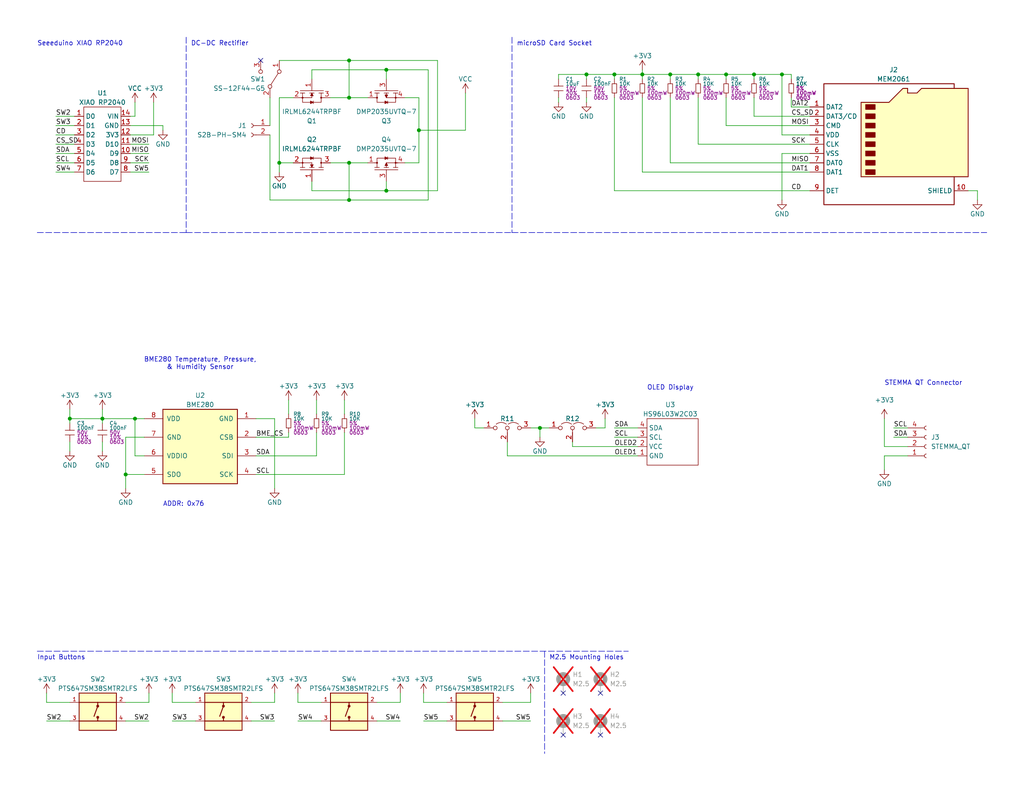
<source format=kicad_sch>
(kicad_sch (version 20230121) (generator eeschema)
  (paper "USLetter")
  (title_block (title "Destination Weather Station v4.5.2") (date "2024-02-23") (rev "03") (comment 1 "Madison Gleydura") (comment 2 "FINAL VERSION") (comment 3 "2024"))
  (lib_symbols
    (symbol "GND_1" (power) (pin_names (offset 0))
      (property "Value" "GND" (at 0 -3.81 0))
      (symbol "GND_1_1_1"
        (pin power_in line (at 0 0 270) (length 0) hide (name "GND") (number "1"))
      )
    )
    (symbol "lib_sch:BME280" (pin_names (offset 1.016))
      (property "Reference" "U" (at 0 -22.86 0))
      (property "Value" "BME280" (at 0 0 0))
      (symbol "BME280_1_1"
        (pin power_in line (at 15.24 -3.81 180) (length 5.08) (name "GND") (number "1"))
        (pin input line (at 15.24 -8.89 180) (length 5.08) (name "CSB") (number "2"))
        (pin bidirectional line (at 15.24 -13.97 180) (length 5.08) (name "SDI") (number "3"))
        (pin input line (at 15.24 -19.05 180) (length 5.08) (name "SCK") (number "4"))
        (pin bidirectional line (at -15.24 -19.05 0) (length 5.08) (name "SDO") (number "5"))
        (pin power_in line (at -15.24 -13.97 0) (length 5.08) (name "VDDIO") (number "6"))
        (pin power_in line (at -15.24 -8.89 0) (length 5.08) (name "GND") (number "7"))
        (pin power_in line (at -15.24 -3.81 0) (length 5.08) (name "VDD") (number "8"))
      )
    )
    (symbol "lib_sch:Conn_01x02_Female" (pin_names (offset 1.016) hide)
      (property "Reference" "J" (at 0 2.54 0))
      (property "Value" "Conn_01x02_Female" (at 0 -5.08 0))
      (symbol "Conn_01x02_Female_1_1"
        (pin passive line (at -5.08 0 0) (length 3.81) (name "Pin_1") (number "1"))
        (pin passive line (at -5.08 -2.54 0) (length 3.81) (name "Pin_2") (number "2"))
      )
    )
    (symbol "lib_sch:Conn_01x04_Female" (pin_names (offset 1.016) hide)
      (property "Reference" "J" (at 0 5.08 0))
      (property "Value" "Conn_01x04_Female" (at 0 -7.62 0))
      (symbol "Conn_01x04_Female_1_1"
        (pin passive line (at -5.08 2.54 0) (length 3.81) (name "Pin_1") (number "1"))
        (pin passive line (at -5.08 0 0) (length 3.81) (name "Pin_2") (number "2"))
        (pin passive line (at -5.08 -2.54 0) (length 3.81) (name "Pin_3") (number "3"))
        (pin passive line (at -5.08 -5.08 0) (length 3.81) (name "Pin_4") (number "4"))
      )
    )
    (symbol "lib_sch:Micro_SD_Card_Det1"
      (property "Reference" "J" (at -16.51 17.78 0))
      (property "Value" "Micro_SD_Card_Det1" (at 16.51 17.78 0))
      (symbol "Micro_SD_Card_Det1_1_1"
        (pin bidirectional line (at -22.86 10.16 0) (length 3.81) (name "DAT2") (number "1"))
        (pin passive line (at 20.32 -12.7 180) (length 3.81) (name "SHIELD") (number "10"))
        (pin bidirectional line (at -22.86 7.62 0) (length 3.81) (name "DAT3/CD") (number "2"))
        (pin input line (at -22.86 5.08 0) (length 3.81) (name "CMD") (number "3"))
        (pin power_in line (at -22.86 2.54 0) (length 3.81) (name "VDD") (number "4"))
        (pin input line (at -22.86 0 0) (length 3.81) (name "CLK") (number "5"))
        (pin power_in line (at -22.86 -2.54 0) (length 3.81) (name "VSS") (number "6"))
        (pin bidirectional line (at -22.86 -5.08 0) (length 3.81) (name "DAT0") (number "7"))
        (pin bidirectional line (at -22.86 -7.62 0) (length 3.81) (name "DAT1") (number "8"))
        (pin passive line (at -22.86 -12.7 0) (length 3.81) (name "DET") (number "9"))
      )
    )
    (symbol "lib_sch:MountingHole_Pad" (pin_numbers hide) (pin_names (offset 1.016) hide)
      (property "Reference" "H" (at 0 6.35 0))
      (property "Value" "MountingHole_Pad" (at 0 4.445 0))
      (symbol "MountingHole_Pad_1_1"
        (pin input line (at 0 -2.54 90) (length 2.54) (name "1") (number "1"))
      )
    )
    (symbol "lib_sch:NMOS_GSD" (pin_names hide)
      (property "Reference" "Q" (at 0 1.778 0))
      (symbol "NMOS_GSD_1_0"
        (pin passive line (at 0 -5.08 90) (length 3.175) (name "") (number "1"))
        (pin passive line (at 5.08 0 180) (length 1.905) (name "") (number "2"))
        (pin passive line (at -5.08 0 0) (length 1.905) (name "") (number "3"))
      )
    )
    (symbol "lib_sch:OLED_module"
      (property "Reference" "U2" (at -0.635 21.59 0))
      (property "Value" "OLED_module" (at -0.635 19.05 0))
      (symbol "OLED_module_1_1"
        (pin passive line (at -8.89 -13.97 0) (length 2.54) (name "GND") (number "1"))
        (pin power_in line (at -8.89 -11.43 0) (length 2.54) (name "VCC") (number "2"))
        (pin input line (at -8.89 -8.89 0) (length 2.54) (name "SCL") (number "3"))
        (pin bidirectional line (at -8.89 -6.35 0) (length 2.54) (name "SDA") (number "4"))
      )
    )
    (symbol "lib_sch:PMOS"
      (property "Reference" "Q2" (at 0 6.35 0))
      (property "Value" "DMP2035UVTQ-7" (at 0 3.81 0))
      (symbol "PMOS_1_0"
        (pin passive line (at -5.08 0 0) (length 1.905) (name "") (number "1"))
        (pin passive line (at -5.08 0 0) (length 1.905) hide (name "") (number "2"))
        (pin passive line (at 0 -5.08 90) (length 3.175) (name "") (number "3"))
        (pin passive line (at 5.08 0 180) (length 2.54) (name "") (number "4"))
        (pin passive line (at -5.08 0 0) (length 2.54) hide (name "") (number "5"))
        (pin passive line (at -5.08 0 0) (length 2.54) hide (name "") (number "6"))
      )
    )
    (symbol "lib_sch:PMOS_DGS"
      (property "Reference" "Q4" (at 0 6.35 0))
      (property "Value" "DMP2035UVTQ-7" (at 0 3.81 0))
      (symbol "PMOS_DGS_1_0"
        (pin passive line (at -5.08 0 0) (length 1.905) (name "") (number "1"))
        (pin passive line (at -5.08 0 0) (length 3.175) hide (name "") (number "2"))
        (pin passive line (at 0 -5.08 90) (length 3.175) (name "") (number "3"))
        (pin passive line (at 5.08 0 180) (length 2.54) (name "") (number "4"))
        (pin passive line (at -5.08 0 0) (length 2.54) hide (name "") (number "5"))
        (pin passive line (at -5.08 0 0) (length 2.54) hide (name "") (number "6"))
      )
    )
    (symbol "lib_sch:PTS645SK50SMTR92LFS" (pin_names (offset 1.016))
      (property "Reference" "S" (at -4.5772 5.5944 0))
      (property "Value" "PTS645SK50SMTR92LFS" (at -5.0879 -7.3774 0))
      (symbol "PTS645SK50SMTR92LFS_0_0"
        (pin passive line (at -7.62 2.54 0) (length 2.54) (name "~") (number "1"))
        (pin passive line (at 7.62 2.54 180) (length 2.54) (name "~") (number "2"))
        (pin passive line (at -7.62 -2.54 0) (length 2.54) (name "~") (number "3"))
        (pin passive line (at 7.62 -2.54 180) (length 2.54) (name "~") (number "4"))
      )
    )
    (symbol "lib_sch:Resistor_Jumper_3_Open" (pin_names (offset 0) hide)
      (property "Reference" "R" (at 0 5.08 0))
      (property "Value" "Resistor_Jumper_3_Open" (at 0 2.54 0))
      (symbol "Resistor_Jumper_3_Open_1_1"
        (pin passive line (at -6.35 0 0) (length 2.54) (name "A") (number "1"))
        (pin input line (at 0 -3.81 90) (length 2.54) (name "C") (number "2"))
        (pin passive line (at 6.35 0 180) (length 2.54) (name "B") (number "3"))
      )
    )
    (symbol "lib_sch:SW_SPDT" (pin_names (offset 0) hide)
      (property "Reference" "SW" (at 0 4.318 0))
      (property "Value" "SW_SPDT" (at 0 -5.08 0))
      (symbol "SW_SPDT_1_1"
        (pin passive line (at 5.08 2.54 180) (length 2.54) (name "A") (number "1"))
        (pin passive line (at -5.08 0 0) (length 2.54) (name "B") (number "2"))
        (pin passive line (at 5.08 -2.54 180) (length 2.54) (name "C") (number "3"))
      )
    )
    (symbol "lib_sch:c_small"
      (property "Reference" "C?" (at 1.905 2.54 0))
      (property "Value" "c_small" (at 1.905 1.27 0))
      (property "Tolerance" "TOL" (at 1.905 -1.27 0))
      (property "Voltage Rating" "VOLTAGE" (at 1.905 0 0))
      (property "Package" "PKG" (at 1.905 -2.54 0))
      (symbol "c_small_1_1"
        (pin passive line (at 0 2.54 270) (length 1.905) (name "") (number "1"))
        (pin passive line (at 0 -2.54 90) (length 1.905) (name "") (number "2"))
      )
    )
    (symbol "lib_sch:r_small"
      (property "Reference" "R?" (at 1.27 2.54 0))
      (property "Value" "VALUE" (at 1.27 1.27 0))
      (property "Tolerance" "TOL" (at 1.27 0 0))
      (property "Power Rating" "PWR" (at 1.27 -1.27 0))
      (property "Package" "PKG" (at 1.27 -2.54 0))
      (symbol "r_small_1_1"
        (pin passive line (at 0 2.54 270) (length 1.27) (name "") (number "1"))
        (pin passive line (at 0 -2.54 90) (length 1.27) (name "") (number "2"))
      )
    )
    (symbol "lib_sch:xiaoRP2040"
      (property "Reference" "U" (at 0 10.16 0))
      (symbol "xiaoRP2040_1_1"
        (pin bidirectional line (at -7.62 6.35 0) (length 2.54) (name "D0") (number "1"))
        (pin bidirectional line (at 7.62 -3.81 180) (length 2.54) (name "D9") (number "10"))
        (pin bidirectional line (at 7.62 -1.27 180) (length 2.54) (name "D10") (number "11"))
        (pin power_out line (at 7.62 1.27 180) (length 2.54) (name "3V3") (number "12"))
        (pin passive line (at 7.62 3.81 180) (length 2.54) (name "GND") (number "13"))
        (pin power_in line (at 7.62 6.35 180) (length 2.54) (name "VIN") (number "14"))
        (pin bidirectional line (at -7.62 3.81 0) (length 2.54) (name "D1") (number "2"))
        (pin bidirectional line (at -7.62 1.27 0) (length 2.54) (name "D2") (number "3"))
        (pin bidirectional line (at -7.62 -1.27 0) (length 2.54) (name "D3") (number "4"))
        (pin bidirectional line (at -7.62 -3.81 0) (length 2.54) (name "D4") (number "5"))
        (pin bidirectional line (at -7.62 -6.35 0) (length 2.54) (name "D5") (number "6"))
        (pin bidirectional line (at -7.62 -8.89 0) (length 2.54) (name "D6") (number "7"))
        (pin bidirectional line (at 7.62 -8.89 180) (length 2.54) (name "D7") (number "8"))
        (pin bidirectional line (at 7.62 -6.35 180) (length 2.54) (name "D8") (number "9"))
      )
    )
    (symbol "power:+3V3" (power) (pin_names (offset 0))
      (property "Value" "+3V3" (at 0 3.556 0))
      (symbol "+3V3_1_1"
        (pin power_in line (at 0 0 90) (length 0) hide (name "+3V3") (number "1"))
      )
    )
    (symbol "power:VCC" (power) (pin_names (offset 0))
      (property "Value" "VCC" (at 0 3.81 0))
      (symbol "VCC_1_1"
        (pin power_in line (at 0 0 90) (length 0) hide (name "VCC") (number "1"))
      )
    )
  )
  (junction (at 76.2 44.45))
  (junction (at 160.02 20.32))
  (junction (at 105.41 19.05))
  (junction (at 198.12 20.32))
  (junction (at 95.25 54.61))
  (junction (at 147.32 116.84))
  (junction (at 213.36 20.32))
  (junction (at 95.25 16.51))
  (junction (at 19.05 114.3))
  (junction (at 27.94 114.3))
  (junction (at 114.3 35.56))
  (junction (at 34.29 129.54))
  (junction (at 190.5 20.32))
  (junction (at 95.25 26.67))
  (junction (at 95.25 44.45))
  (junction (at 182.88 20.32))
  (junction (at 36.83 114.3))
  (junction (at 167.64 20.32))
  (junction (at 105.41 52.07))
  (junction (at 205.74 20.32))
  (junction (at 175.26 20.32))
  (no_connect (at 71.12 16.51))
  (no_connect (at 153.67 189.23))
  (no_connect (at 153.67 200.66))
  (no_connect (at 163.83 189.23))
  (no_connect (at 163.83 200.66))
  (wire (pts (xy 35.56 39.37) (xy 40.64 39.37)))
  (wire (pts (xy 15.24 44.45) (xy 20.32 44.45)))
  (wire (pts (xy 36.83 114.3) (xy 39.37 114.3)))
  (wire (pts (xy 93.98 109.22) (xy 93.98 113.03)))
  (wire (pts (xy 205.74 20.32) (xy 213.36 20.32)))
  (wire (pts (xy 12.7 191.77) (xy 19.05 191.77)))
  (wire (pts (xy 95.25 16.51) (xy 95.25 26.67)))
  (wire (pts (xy 241.3 128.27) (xy 241.3 124.46)))
  (wire (pts (xy 109.22 189.23) (xy 109.22 191.77)))
  (wire (pts (xy 36.83 114.3) (xy 36.83 124.46)))
  (wire (pts (xy 35.56 41.91) (xy 40.64 41.91)))
  (wire (pts (xy 39.37 119.38) (xy 34.29 119.38)))
  (wire (pts (xy 105.41 19.05) (xy 116.84 19.05)))
  (wire (pts (xy 35.56 44.45) (xy 40.64 44.45)))
  (polyline (pts (xy 10.16 177.8) (xy 171.45 177.8)) (stroke (width 0) (type dash)))
  (wire (pts (xy 15.24 31.75) (xy 20.32 31.75)))
  (wire (pts (xy 119.38 52.07) (xy 105.41 52.07)))
  (polyline (pts (xy 139.7 10.16) (xy 139.7 63.5)) (stroke (width 0) (type dash)))
  (wire (pts (xy 213.36 54.61) (xy 213.36 41.91)))
  (wire (pts (xy 175.26 46.99) (xy 220.98 46.99)))
  (wire (pts (xy 110.49 26.67) (xy 114.3 26.67)))
  (wire (pts (xy 86.36 109.22) (xy 86.36 113.03)))
  (wire (pts (xy 198.12 20.32) (xy 198.12 21.59)))
  (wire (pts (xy 137.16 196.85) (xy 144.78 196.85)))
  (wire (pts (xy 167.64 52.07) (xy 220.98 52.07)))
  (wire (pts (xy 35.56 46.99) (xy 40.64 46.99)))
  (wire (pts (xy 241.3 124.46) (xy 247.65 124.46)))
  (wire (pts (xy 129.54 116.84) (xy 132.08 116.84)))
  (wire (pts (xy 93.98 118.11) (xy 93.98 129.54)))
  (wire (pts (xy 127 25.4) (xy 127 35.56)))
  (wire (pts (xy 15.24 36.83) (xy 20.32 36.83)))
  (wire (pts (xy 220.98 36.83) (xy 213.36 36.83)))
  (wire (pts (xy 115.57 189.23) (xy 115.57 191.77)))
  (wire (pts (xy 115.57 196.85) (xy 121.92 196.85)))
  (wire (pts (xy 27.94 120.65) (xy 27.94 123.19)))
  (wire (pts (xy 215.9 21.59) (xy 215.9 20.32)))
  (wire (pts (xy 46.99 196.85) (xy 53.34 196.85)))
  (wire (pts (xy 85.09 52.07) (xy 105.41 52.07)))
  (wire (pts (xy 114.3 26.67) (xy 114.3 35.56)))
  (wire (pts (xy 73.66 54.61) (xy 95.25 54.61)))
  (wire (pts (xy 165.1 114.3) (xy 165.1 116.84)))
  (wire (pts (xy 102.87 196.85) (xy 109.22 196.85)))
  (wire (pts (xy 68.58 191.77) (xy 74.93 191.77)))
  (wire (pts (xy 147.32 116.84) (xy 149.86 116.84)))
  (wire (pts (xy 114.3 35.56) (xy 114.3 44.45)))
  (wire (pts (xy 19.05 114.3) (xy 27.94 114.3)))
  (wire (pts (xy 46.99 189.23) (xy 46.99 191.77)))
  (wire (pts (xy 190.5 20.32) (xy 190.5 21.59)))
  (wire (pts (xy 205.74 26.67) (xy 205.74 31.75)))
  (polyline (pts (xy 50.8 63.5) (xy 139.7 63.5)) (stroke (width 0) (type dash)))
  (wire (pts (xy 182.88 26.67) (xy 182.88 44.45)))
  (wire (pts (xy 69.85 119.38) (xy 78.74 119.38)))
  (wire (pts (xy 12.7 189.23) (xy 12.7 191.77)))
  (wire (pts (xy 152.4 26.67) (xy 152.4 27.94)))
  (wire (pts (xy 156.21 121.92) (xy 156.21 120.65)))
  (wire (pts (xy 167.64 116.84) (xy 173.99 116.84)))
  (wire (pts (xy 167.64 26.67) (xy 167.64 52.07)))
  (wire (pts (xy 215.9 26.67) (xy 215.9 29.21)))
  (wire (pts (xy 95.25 54.61) (xy 116.84 54.61)))
  (wire (pts (xy 190.5 20.32) (xy 198.12 20.32)))
  (wire (pts (xy 160.02 20.32) (xy 167.64 20.32)))
  (wire (pts (xy 175.26 26.67) (xy 175.26 46.99)))
  (wire (pts (xy 44.45 34.29) (xy 44.45 35.56)))
  (wire (pts (xy 213.36 20.32) (xy 215.9 20.32)))
  (wire (pts (xy 241.3 121.92) (xy 247.65 121.92)))
  (wire (pts (xy 152.4 20.32) (xy 160.02 20.32)))
  (wire (pts (xy 105.41 19.05) (xy 105.41 21.59)))
  (wire (pts (xy 34.29 129.54) (xy 39.37 129.54)))
  (wire (pts (xy 138.43 124.46) (xy 173.99 124.46)))
  (wire (pts (xy 76.2 16.51) (xy 95.25 16.51)))
  (wire (pts (xy 264.16 52.07) (xy 266.7 52.07)))
  (wire (pts (xy 41.91 27.94) (xy 41.91 36.83)))
  (wire (pts (xy 175.26 21.59) (xy 175.26 20.32)))
  (wire (pts (xy 156.21 121.92) (xy 173.99 121.92)))
  (wire (pts (xy 81.28 189.23) (xy 81.28 191.77)))
  (wire (pts (xy 34.29 119.38) (xy 34.29 129.54)))
  (wire (pts (xy 175.26 20.32) (xy 182.88 20.32)))
  (wire (pts (xy 198.12 26.67) (xy 198.12 34.29)))
  (wire (pts (xy 15.24 41.91) (xy 20.32 41.91)))
  (wire (pts (xy 95.25 44.45) (xy 100.33 44.45)))
  (wire (pts (xy 69.85 129.54) (xy 93.98 129.54)))
  (wire (pts (xy 74.93 114.3) (xy 69.85 114.3)))
  (wire (pts (xy 41.91 36.83) (xy 35.56 36.83)))
  (wire (pts (xy 85.09 19.05) (xy 105.41 19.05)))
  (wire (pts (xy 105.41 49.53) (xy 105.41 52.07)))
  (wire (pts (xy 241.3 114.3) (xy 241.3 121.92)))
  (wire (pts (xy 182.88 20.32) (xy 190.5 20.32)))
  (wire (pts (xy 34.29 191.77) (xy 40.64 191.77)))
  (wire (pts (xy 95.25 26.67) (xy 100.33 26.67)))
  (wire (pts (xy 27.94 114.3) (xy 36.83 114.3)))
  (wire (pts (xy 74.93 189.23) (xy 74.93 191.77)))
  (wire (pts (xy 40.64 189.23) (xy 40.64 191.77)))
  (wire (pts (xy 73.66 36.83) (xy 73.66 54.61)))
  (wire (pts (xy 144.78 116.84) (xy 147.32 116.84)))
  (wire (pts (xy 182.88 20.32) (xy 182.88 21.59)))
  (wire (pts (xy 116.84 19.05) (xy 116.84 54.61)))
  (wire (pts (xy 138.43 120.65) (xy 138.43 124.46)))
  (wire (pts (xy 19.05 120.65) (xy 19.05 123.19)))
  (wire (pts (xy 76.2 26.67) (xy 76.2 44.45)))
  (wire (pts (xy 19.05 115.57) (xy 19.05 114.3)))
  (wire (pts (xy 144.78 189.23) (xy 144.78 191.77)))
  (wire (pts (xy 215.9 29.21) (xy 220.98 29.21)))
  (wire (pts (xy 190.5 26.67) (xy 190.5 39.37)))
  (wire (pts (xy 15.24 39.37) (xy 20.32 39.37)))
  (wire (pts (xy 34.29 196.85) (xy 40.64 196.85)))
  (wire (pts (xy 27.94 111.76) (xy 27.94 114.3)))
  (wire (pts (xy 85.09 49.53) (xy 85.09 52.07)))
  (wire (pts (xy 85.09 21.59) (xy 85.09 19.05)))
  (wire (pts (xy 127 35.56) (xy 114.3 35.56)))
  (wire (pts (xy 119.38 16.51) (xy 119.38 52.07)))
  (wire (pts (xy 39.37 124.46) (xy 36.83 124.46)))
  (wire (pts (xy 95.25 16.51) (xy 119.38 16.51)))
  (wire (pts (xy 35.56 34.29) (xy 44.45 34.29)))
  (wire (pts (xy 129.54 114.3) (xy 129.54 116.84)))
  (wire (pts (xy 12.7 196.85) (xy 19.05 196.85)))
  (wire (pts (xy 147.32 116.84) (xy 147.32 119.38)))
  (wire (pts (xy 182.88 44.45) (xy 220.98 44.45)))
  (wire (pts (xy 152.4 21.59) (xy 152.4 20.32)))
  (polyline (pts (xy 139.7 63.5) (xy 269.24 63.5)) (stroke (width 0) (type dash)))
  (wire (pts (xy 198.12 34.29) (xy 220.98 34.29)))
  (wire (pts (xy 46.99 191.77) (xy 53.34 191.77)))
  (wire (pts (xy 76.2 44.45) (xy 80.01 44.45)))
  (wire (pts (xy 167.64 20.32) (xy 167.64 21.59)))
  (polyline (pts (xy 10.16 63.5) (xy 50.8 63.5)) (stroke (width 0) (type dash)))
  (polyline (pts (xy 148.59 177.8) (xy 148.59 205.74)) (stroke (width 0) (type dash)))
  (wire (pts (xy 81.28 196.85) (xy 87.63 196.85)))
  (wire (pts (xy 73.66 26.67) (xy 73.66 34.29)))
  (wire (pts (xy 243.84 116.84) (xy 247.65 116.84)))
  (wire (pts (xy 86.36 118.11) (xy 86.36 124.46)))
  (wire (pts (xy 165.1 116.84) (xy 162.56 116.84)))
  (wire (pts (xy 137.16 191.77) (xy 144.78 191.77)))
  (wire (pts (xy 15.24 46.99) (xy 20.32 46.99)))
  (wire (pts (xy 15.24 34.29) (xy 20.32 34.29)))
  (wire (pts (xy 35.56 31.75) (xy 36.83 31.75)))
  (wire (pts (xy 198.12 20.32) (xy 205.74 20.32)))
  (wire (pts (xy 102.87 191.77) (xy 109.22 191.77)))
  (wire (pts (xy 81.28 191.77) (xy 87.63 191.77)))
  (wire (pts (xy 167.64 20.32) (xy 175.26 20.32)))
  (wire (pts (xy 78.74 109.22) (xy 78.74 113.03)))
  (wire (pts (xy 69.85 124.46) (xy 86.36 124.46)))
  (wire (pts (xy 74.93 114.3) (xy 74.93 133.35)))
  (wire (pts (xy 68.58 196.85) (xy 74.93 196.85)))
  (polyline (pts (xy 50.8 10.16) (xy 50.8 63.5)) (stroke (width 0) (type dash)))
  (wire (pts (xy 90.17 26.67) (xy 95.25 26.67)))
  (wire (pts (xy 190.5 39.37) (xy 220.98 39.37)))
  (wire (pts (xy 90.17 44.45) (xy 95.25 44.45)))
  (wire (pts (xy 19.05 111.76) (xy 19.05 114.3)))
  (wire (pts (xy 175.26 19.05) (xy 175.26 20.32)))
  (wire (pts (xy 80.01 26.67) (xy 76.2 26.67)))
  (wire (pts (xy 76.2 44.45) (xy 76.2 46.99)))
  (wire (pts (xy 173.99 119.38) (xy 167.64 119.38)))
  (wire (pts (xy 160.02 26.67) (xy 160.02 27.94)))
  (wire (pts (xy 243.84 119.38) (xy 247.65 119.38)))
  (wire (pts (xy 27.94 115.57) (xy 27.94 114.3)))
  (wire (pts (xy 34.29 133.35) (xy 34.29 129.54)))
  (wire (pts (xy 213.36 36.83) (xy 213.36 20.32)))
  (wire (pts (xy 95.25 44.45) (xy 95.25 54.61)))
  (wire (pts (xy 78.74 118.11) (xy 78.74 119.38)))
  (wire (pts (xy 205.74 31.75) (xy 220.98 31.75)))
  (wire (pts (xy 213.36 41.91) (xy 220.98 41.91)))
  (wire (pts (xy 110.49 44.45) (xy 114.3 44.45)))
  (wire (pts (xy 160.02 20.32) (xy 160.02 21.59)))
  (wire (pts (xy 266.7 52.07) (xy 266.7 54.61)))
  (wire (pts (xy 36.83 27.94) (xy 36.83 31.75)))
  (wire (pts (xy 115.57 191.77) (xy 121.92 191.77)))
  (wire (pts (xy 205.74 20.32) (xy 205.74 21.59)))
  (text_box "BME280 Temperature, Pressure,\n& Humidity Sensor" (at 38.1 96.52 0) (size 33.02 5.08) (stroke (width -0.0001)) (effects (font (size 1.27 1.27))))
  (text "DC-DC Rectifier" (at 52.07 12.7 0) (effects (font (size 1.27 1.27)) (justify left bottom)))
  (text "ADDR: 0x76" (at 44.45 138.43 0) (effects (font (size 1.27 1.27)) (justify left bottom)))
  (text "OLED Display" (at 176.53 106.68 0) (effects (font (size 1.27 1.27)) (justify left bottom)))
  (text "Seeeduino XIAO RP2040\n" (at 10.16 12.7 0) (effects (font (size 1.27 1.27)) (justify left bottom)))
  (text "M2.5 Mounting Holes" (at 149.86 180.34 0) (effects (font (size 1.27 1.27)) (justify left bottom)))
  (text "Input Buttons" (at 10.16 180.34 0) (effects (font (size 1.27 1.27)) (justify left bottom)))
  (text "microSD Card Socket" (at 140.97 12.7 0) (effects (font (size 1.27 1.27)) (justify left bottom)))
  (text "STEMMA QT Connector" (at 241.3 105.41 0) (effects (font (size 1.27 1.27)) (justify left bottom)))
  (label "DAT2" (at 215.9 29.21 0))
  (label "SCL" (at 69.85 129.54 0))
  (label "SW2" (at 40.64 196.85 180))
  (label "MISO" (at 40.64 41.91 180))
  (label "BME_CS" (at 69.85 119.38 0))
  (label "SDA" (at 167.64 116.84 0))
  (label "SW5" (at 115.57 196.85 0))
  (label "SW3" (at 15.24 34.29 0))
  (label "MOSI" (at 215.9 34.29 0))
  (label "SW3" (at 74.93 196.85 180))
  (label "SDA" (at 15.24 41.91 0))
  (label "OLED2" (at 167.64 121.92 0))
  (label "OLED1" (at 167.64 124.46 0))
  (label "CS_SD" (at 215.9 31.75 0))
  (label "SW4" (at 109.22 196.85 180))
  (label "CD" (at 15.24 36.83 0))
  (label "SW4" (at 81.28 196.85 0))
  (label "MISO" (at 215.9 44.45 0))
  (label "SCL" (at 243.84 116.84 0))
  (label "SW4" (at 15.24 46.99 0))
  (label "SCK" (at 40.64 44.45 180))
  (label "SW5" (at 40.64 46.99 180))
  (label "CS_SD" (at 15.24 39.37 0))
  (label "SDA" (at 69.85 124.46 0))
  (label "SCL" (at 15.24 44.45 0))
  (label "SW2" (at 15.24 31.75 0))
  (label "SCK" (at 215.9 39.37 0))
  (label "DAT1" (at 215.9 46.99 0))
  (label "SW5" (at 144.78 196.85 180))
  (label "SW3" (at 46.99 196.85 0))
  (label "SCL" (at 167.64 119.38 0))
  (label "SDA" (at 243.84 119.38 0))
  (label "CD" (at 215.9 52.07 0))
  (label "MOSI" (at 40.64 39.37 180))
  (label "SW2" (at 12.7 196.85 0))
  (symbol (lib_id "lib_sch:Conn_01x02_Female") (at 68.58 34.29 0) (mirror y) (unit 1)
    (property "Reference" "J1" (at 67.31 34.2899 0) (effects (justify left)))
    (property "Value" "S2B-PH-SM4" (at 67.31 36.83 0) (effects (justify left)))
    (property "Footprint" "lib_fp:JST-PH-S2B-SM4-TB" (effects hide))
    (property "Datasheet" "datasheets/JST-PH-Connectors.pdf" (effects hide))
    (property "Manufacturer" "JST Sales America Inc." (effects hide))
    (property "mpn" "S2B-PH-SM4-TB(LF)(SN)" (effects hide))
    (property "populate" "1" (effects hide))
  )
  (symbol (lib_name "GND_1") (lib_id "power:GND") (at 213.36 54.61 0) (unit 1)
    (property "Reference" "#PWR016" (effects hide))
    (property "Value" "GND" (at 213.36 58.42 0))
  )
  (symbol (lib_name "GND_1") (lib_id "power:GND") (at 34.29 133.35 0) (unit 1)
    (property "Reference" "#PWR06" (effects hide))
    (property "Value" "GND" (at 34.29 137.16 0))
  )
  (symbol (lib_id "lib_sch:PTS645SK50SMTR92LFS") (at 95.25 194.31 0) (unit 1)
    (property "Reference" "SW4" (at 95.25 185.42 0))
    (property "Value" "PTS647SM38SMTR2LFS" (at 95.25 187.96 0))
    (property "Footprint" "lib_fp:SW_4.5x4.5" (effects hide))
    (property "Datasheet" "datasheets/C&K-PTS647.pdf" (effects hide))
    (property "Manufacturer" "C&K" (effects hide))
    (property "mpn" "PTS 647 SM38 SMTR2 LFS" (effects hide))
    (property "populate" "1" (effects hide))
  )
  (symbol (lib_id "lib_sch:Resistor_Jumper_3_Open") (at 138.43 116.84 0) (unit 1)
    (property "Reference" "R11" (at 138.43 114.3 0))
    (property "Value" "0R" (effects hide))
    (property "Footprint" "lib_fp:ResistorJumper-3" (effects hide))
    (property "Datasheet" "datasheets/Vishay-Dale-DCRCWe3.pdf" (effects hide))
    (property "Manufacturer" "Vishay Dale" (effects hide))
    (property "mpn" "CRCW06030000Z0EA" (effects hide))
    (property "populate" "1" (effects hide))
  )
  (symbol (lib_id "power:+3V3") (at 46.99 189.23 0) (mirror y) (unit 1)
    (property "Reference" "#PWR012" (effects hide))
    (property "Value" "+3V3" (at 46.99 185.42 0))
  )
  (symbol (lib_id "lib_sch:r_small") (at 182.88 24.13 0) (unit 1)
    (property "Reference" "R3" (at 184.15 21.59 0) (effects (font (size 1.016 1.016)) (justify left)))
    (property "Value" "10K" (at 184.15 22.86 0) (effects (font (size 1.016 1.016)) (justify left)))
    (property "Footprint" "lib_fp:RESC160X80X55L30N" (effects hide))
    (property "Datasheet" "datasheets/Vishay-Dale-DCRCWe3.pdf" (effects hide))
    (property "Manufacturer" "Vishay Dale" (effects hide))
    (property "mpn" "CRCW060310K0JNEB" (effects hide))
    (property "Tolerance" "5%" (at 184.15 24.13 0) (effects (font (size 1.016 1.016)) (justify left)))
    (property "Power Rating" "100mW" (at 184.15 25.4 0) (effects (font (size 1.016 1.016)) (justify left)))
    (property "Package" "0603" (at 184.15 26.67 0) (effects (font (size 1.016 1.016)) (justify left)))
    (property "populate" "1" (effects hide))
  )
  (symbol (lib_id "lib_sch:Resistor_Jumper_3_Open") (at 156.21 116.84 0) (unit 1)
    (property "Reference" "R12" (at 156.21 114.3 0))
    (property "Value" "0R" (effects hide))
    (property "Footprint" "lib_fp:ResistorJumper-3" (effects hide))
    (property "Datasheet" "datasheets/Vishay-Dale-DCRCWe3.pdf" (effects hide))
    (property "Manufacturer" "Vishay Dale" (effects hide))
    (property "mpn" "CRCW06030000Z0EA" (effects hide))
    (property "populate" "1" (effects hide))
  )
  (symbol (lib_id "lib_sch:r_small") (at 93.98 115.57 0) (unit 1)
    (property "Reference" "R10" (at 95.25 113.03 0) (effects (font (size 1.016 1.016)) (justify left)))
    (property "Value" "10K" (at 95.25 114.3 0) (effects (font (size 1.016 1.016)) (justify left)))
    (property "Footprint" "lib_fp:RESC160X80X55L30N" (effects hide))
    (property "Datasheet" "datasheets/Vishay-Dale-DCRCWe3.pdf" (effects hide))
    (property "Manufacturer" "Vishay Dale" (effects hide))
    (property "mpn" "CRCW060310K0JNEB" (effects hide))
    (property "Tolerance" "5%" (at 95.25 115.57 0) (effects (font (size 1.016 1.016)) (justify left)))
    (property "Power Rating" "100mW" (at 95.25 116.84 0) (effects (font (size 1.016 1.016)) (justify left)))
    (property "Package" "0603" (at 95.25 118.11 0) (effects (font (size 1.016 1.016)) (justify left)))
    (property "populate" "1" (effects hide))
  )
  (symbol (lib_id "lib_sch:NMOS_GSD") (at 85.09 26.67 180) (unit 1)
    (property "Reference" "Q1" (at 85.09 33.02 0))
    (property "Value" "IRLML6244TRPBF" (at 85.09 30.48 0))
    (property "Footprint" "lib_fp:IRLML6244TRPBF" (effects hide))
    (property "Datasheet" "datasheets/Infineon-IRLML6244.pdf" (effects hide))
    (property "Manufacturer" "Infineon Technologies" (effects hide))
    (property "mpn" "IRLML6244TRPBF" (effects hide))
    (property "populate" "1" (effects hide))
  )
  (symbol (lib_id "lib_sch:MountingHole_Pad") (at 163.83 186.69 0) (unit 1) (in_bom no) (dnp yes)
    (property "Reference" "H2" (at 166.37 184.15 0) (effects (justify left)))
    (property "Value" "M2.5" (at 166.37 186.69 0) (effects (justify left)))
    (property "Footprint" "lib_fp:M2.54_NPTH" (effects hide))
    (property "populate" "0" (effects hide))
  )
  (symbol (lib_id "lib_sch:BME280") (at 54.61 110.49 0) (unit 1)
    (property "Reference" "U2" (at 54.61 107.95 0))
    (property "Value" "BME280" (at 54.61 110.49 0))
    (property "Footprint" "lib_fp:BME280" (effects hide))
    (property "Datasheet" "datasheets/Bosch-Sensortec-BME280.pdf" (effects hide))
    (property "Manufacturer" "Bosch Sensortec" (effects hide))
    (property "mpn" "BME280" (effects hide))
    (property "populate" "1" (effects hide))
  )
  (symbol (lib_id "power:+3V3") (at 109.22 189.23 0) (unit 1)
    (property "Reference" "#PWR021" (effects hide))
    (property "Value" "+3V3" (at 109.22 185.42 0))
  )
  (symbol (lib_id "lib_sch:c_small") (at 160.02 24.13 0) (unit 1)
    (property "Reference" "C2" (at 161.925 21.59 0) (effects (font (size 1.016 1.016)) (justify left)))
    (property "Value" "100nF" (at 161.925 22.86 0) (effects (font (size 1.016 1.016)) (justify left)))
    (property "Footprint" "lib_fp:CAPC160X80X88L35N" (effects hide))
    (property "Datasheet" "datasheets/AVX-CX5R-KGM-MLCC.pdf" (effects hide))
    (property "Manufacturer" "KYOCERA AVX" (effects hide))
    (property "mpn" "KGM15AR51H104KT" (effects hide))
    (property "Tolerance" "10%" (at 161.925 25.4 0) (effects (font (size 1.016 1.016)) (justify left)))
    (property "Voltage Rating" "50V" (at 161.925 24.13 0) (effects (font (size 1.016 1.016)) (justify left)))
    (property "Package" "0603" (at 161.925 26.67 0) (effects (font (size 1.016 1.016)) (justify left)))
    (property "populate" "1" (effects hide))
  )
  (symbol (lib_name "GND_1") (lib_id "power:GND") (at 160.02 27.94 0) (unit 1)
    (property "Reference" "#PWR018" (effects hide))
    (property "Value" "GND" (at 160.02 31.75 0))
  )
  (symbol (lib_id "power:+3V3") (at 165.1 114.3 0) (unit 1)
    (property "Reference" "#PWR0119" (effects hide))
    (property "Value" "+3V3" (at 165.1 110.49 0))
  )
  (symbol (lib_id "lib_sch:xiaoRP2040") (at 27.94 38.1 0) (unit 1)
    (property "Reference" "U1" (at 27.94 25.4 0))
    (property "Value" "XIAO RP2040" (at 27.94 27.94 0))
    (property "Footprint" "lib_fp:QtPy" (effects hide))
    (property "Datasheet" "https://wiki.seeedstudio.com/XIAO-RP2040/" (effects hide))
    (property "Manufacturer" "Seeed Studio" (effects hide))
    (property "mpn" "XIAO RP2040" (effects hide))
    (property "populate" "0" (effects hide))
  )
  (symbol (lib_id "power:+3V3") (at 93.98 109.22 0) (unit 1)
    (property "Reference" "#PWR0101" (effects hide))
    (property "Value" "+3V3" (at 93.98 105.41 0))
  )
  (symbol (lib_id "lib_sch:PTS645SK50SMTR92LFS") (at 60.96 194.31 0) (unit 1)
    (property "Reference" "SW3" (at 60.96 185.42 0))
    (property "Value" "PTS647SM38SMTR2LFS" (at 60.96 187.96 0))
    (property "Footprint" "lib_fp:SW_4.5x4.5" (effects hide))
    (property "Datasheet" "datasheets/C&K-PTS647.pdf" (effects hide))
    (property "Manufacturer" "C&K" (effects hide))
    (property "mpn" "PTS 647 SM38 SMTR2 LFS" (effects hide))
    (property "populate" "1" (effects hide))
  )
  (symbol (lib_id "lib_sch:r_small") (at 78.74 115.57 0) (unit 1)
    (property "Reference" "R8" (at 80.01 113.03 0) (effects (font (size 1.016 1.016)) (justify left)))
    (property "Value" "10K" (at 80.01 114.3 0) (effects (font (size 1.016 1.016)) (justify left)))
    (property "Footprint" "lib_fp:RESC160X80X55L30N" (effects hide))
    (property "Datasheet" "datasheets/Vishay-Dale-DCRCWe3.pdf" (effects hide))
    (property "Manufacturer" "Vishay Dale" (effects hide))
    (property "mpn" "CRCW060310K0JNEB" (effects hide))
    (property "Tolerance" "5%" (at 80.01 115.57 0) (effects (font (size 1.016 1.016)) (justify left)))
    (property "Power Rating" "100mW" (at 80.01 116.84 0) (effects (font (size 1.016 1.016)) (justify left)))
    (property "Package" "0603" (at 80.01 118.11 0) (effects (font (size 1.016 1.016)) (justify left)))
    (property "populate" "1" (effects hide))
  )
  (symbol (lib_id "lib_sch:r_small") (at 198.12 24.13 0) (unit 1)
    (property "Reference" "R5" (at 199.39 21.59 0) (effects (font (size 1.016 1.016)) (justify left)))
    (property "Value" "10K" (at 199.39 22.86 0) (effects (font (size 1.016 1.016)) (justify left)))
    (property "Footprint" "lib_fp:RESC160X80X55L30N" (effects hide))
    (property "Datasheet" "datasheets/Vishay-Dale-DCRCWe3.pdf" (effects hide))
    (property "Manufacturer" "Vishay Dale" (effects hide))
    (property "mpn" "CRCW060310K0JNEB" (effects hide))
    (property "Tolerance" "5%" (at 199.39 24.13 0) (effects (font (size 1.016 1.016)) (justify left)))
    (property "Power Rating" "100mW" (at 199.39 25.4 0) (effects (font (size 1.016 1.016)) (justify left)))
    (property "Package" "0603" (at 199.39 26.67 0) (effects (font (size 1.016 1.016)) (justify left)))
    (property "populate" "1" (effects hide))
  )
  (symbol (lib_id "power:VCC") (at 127 25.4 0) (unit 1)
    (property "Reference" "#PWR0115" (effects hide))
    (property "Value" "VCC" (at 127 21.59 0))
  )
  (symbol (lib_id "lib_sch:MountingHole_Pad") (at 153.67 198.12 0) (unit 1) (in_bom no) (dnp yes)
    (property "Reference" "H3" (at 156.21 195.58 0) (effects (justify left)))
    (property "Value" "M2.5" (at 156.21 198.12 0) (effects (justify left)))
    (property "Footprint" "lib_fp:M2.54_NPTH" (effects hide))
    (property "populate" "0" (effects hide))
  )
  (symbol (lib_id "lib_sch:SW_SPDT") (at 73.66 21.59 270) (mirror x) (unit 1)
    (property "Reference" "SW1" (at 72.39 21.59 90) (effects (justify right)))
    (property "Value" "SS-12F44-G5" (at 72.39 24.13 90) (effects (justify right)))
    (property "Footprint" "lib_fp:SS-12D07-VG_GA_PA" (effects hide))
    (property "Datasheet" "datasheets/C&K-SS-12D07-VG_GA_PA.pdf" (effects hide))
    (property "Manufacturer" "C&K" (effects hide))
    (property "mpn" "SS-12D07-VG 4 NS GA PA" (effects hide))
    (property "populate" "0" (effects hide))
  )
  (symbol (lib_name "GND_1") (lib_id "power:GND") (at 19.05 123.19 0) (unit 1)
    (property "Reference" "#PWR04" (effects hide))
    (property "Value" "GND" (at 19.05 127 0))
  )
  (symbol (lib_name "GND_1") (lib_id "power:GND") (at 241.3 128.27 0) (unit 1)
    (property "Reference" "#PWR010" (effects hide))
    (property "Value" "GND" (at 241.3 132.08 0))
  )
  (symbol (lib_id "lib_sch:r_small") (at 175.26 24.13 0) (unit 1)
    (property "Reference" "R2" (at 176.53 21.59 0) (effects (font (size 1.016 1.016)) (justify left)))
    (property "Value" "10K" (at 176.53 22.86 0) (effects (font (size 1.016 1.016)) (justify left)))
    (property "Footprint" "lib_fp:RESC160X80X55L30N" (effects hide))
    (property "Datasheet" "datasheets/Vishay-Dale-DCRCWe3.pdf" (effects hide))
    (property "Manufacturer" "Vishay Dale" (effects hide))
    (property "mpn" "CRCW060310K0JNEB" (effects hide))
    (property "Tolerance" "5%" (at 176.53 24.13 0) (effects (font (size 1.016 1.016)) (justify left)))
    (property "Power Rating" "100mW" (at 176.53 25.4 0) (effects (font (size 1.016 1.016)) (justify left)))
    (property "Package" "0603" (at 176.53 26.67 0) (effects (font (size 1.016 1.016)) (justify left)))
    (property "populate" "1" (effects hide))
  )
  (symbol (lib_name "GND_1") (lib_id "power:GND") (at 44.45 35.56 0) (unit 1)
    (property "Reference" "#PWR015" (effects hide))
    (property "Value" "GND" (at 44.45 39.37 0))
  )
  (symbol (lib_id "lib_sch:PTS645SK50SMTR92LFS") (at 129.54 194.31 0) (unit 1)
    (property "Reference" "SW5" (at 129.54 185.42 0))
    (property "Value" "PTS647SM38SMTR2LFS" (at 129.54 187.96 0))
    (property "Footprint" "lib_fp:SW_4.5x4.5" (effects hide))
    (property "Datasheet" "datasheets/C&K-PTS647.pdf" (effects hide))
    (property "Manufacturer" "C&K" (effects hide))
    (property "mpn" "PTS 647 SM38 SMTR2 LFS" (effects hide))
    (property "populate" "1" (effects hide))
  )
  (symbol (lib_id "power:+3V3") (at 78.74 109.22 0) (unit 1)
    (property "Reference" "#PWR0104" (effects hide))
    (property "Value" "+3V3" (at 78.74 105.41 0))
  )
  (symbol (lib_id "power:+3V3") (at 81.28 189.23 0) (mirror y) (unit 1)
    (property "Reference" "#PWR019" (effects hide))
    (property "Value" "+3V3" (at 81.28 185.42 0))
  )
  (symbol (lib_id "power:+3V3") (at 175.26 19.05 0) (unit 1)
    (property "Reference" "#PWR08" (effects hide))
    (property "Value" "+3V3" (at 175.26 15.24 0))
  )
  (symbol (lib_id "lib_sch:OLED_module") (at 182.88 110.49 0) (unit 1)
    (property "Reference" "U3" (at 182.88 110.49 0))
    (property "Value" "HS96L03W2C03" (at 182.88 113.03 0))
    (property "Footprint" "lib_fp:HS96L03W2C03" (effects hide))
    (property "Datasheet" "datasheets/HS-HS96L03W2C03.pdf" (effects hide))
    (property "Manufacturer" "SHENZHEN HANSHENG INDUSTRAIL CO." (effects hide))
    (property "mpn" "HS96L03W2C03" (effects hide))
    (property "populate" "0" (effects hide))
  )
  (symbol (lib_id "lib_sch:c_small") (at 19.05 118.11 0) (unit 1)
    (property "Reference" "C3" (at 20.955 115.57 0) (effects (font (size 1.016 1.016)) (justify left)))
    (property "Value" "100nF" (at 20.955 116.84 0) (effects (font (size 1.016 1.016)) (justify left)))
    (property "Footprint" "lib_fp:CAPC160X80X88L35N" (effects hide))
    (property "Datasheet" "datasheets/AVX-CX5R-KGM-MLCC.pdf" (effects hide))
    (property "Manufacturer" "KYOCERA AVX" (effects hide))
    (property "mpn" "KGM15AR51H104KT" (effects hide))
    (property "Tolerance" "10%" (at 20.955 119.38 0) (effects (font (size 1.016 1.016)) (justify left)))
    (property "Voltage Rating" "50V" (at 20.955 118.11 0) (effects (font (size 1.016 1.016)) (justify left)))
    (property "Package" "0603" (at 20.955 120.65 0) (effects (font (size 1.016 1.016)) (justify left)))
    (property "populate" "1" (effects hide))
  )
  (symbol (lib_id "lib_sch:r_small") (at 190.5 24.13 0) (unit 1)
    (property "Reference" "R4" (at 191.77 21.59 0) (effects (font (size 1.016 1.016)) (justify left)))
    (property "Value" "10K" (at 191.77 22.86 0) (effects (font (size 1.016 1.016)) (justify left)))
    (property "Footprint" "lib_fp:RESC160X80X55L30N" (effects hide))
    (property "Datasheet" "datasheets/Vishay-Dale-DCRCWe3.pdf" (effects hide))
    (property "Manufacturer" "Vishay Dale" (effects hide))
    (property "mpn" "CRCW060310K0JNEB" (effects hide))
    (property "Tolerance" "5%" (at 191.77 24.13 0) (effects (font (size 1.016 1.016)) (justify left)))
    (property "Power Rating" "100mW" (at 191.77 25.4 0) (effects (font (size 1.016 1.016)) (justify left)))
    (property "Package" "0603" (at 191.77 26.67 0) (effects (font (size 1.016 1.016)) (justify left)))
    (property "populate" "1" (effects hide))
  )
  (symbol (lib_id "power:VCC") (at 36.83 27.94 0) (unit 1)
    (property "Reference" "#PWR0111" (effects hide))
    (property "Value" "VCC" (at 36.83 24.13 0))
  )
  (symbol (lib_name "GND_1") (lib_id "power:GND") (at 147.32 119.38 0) (unit 1)
    (property "Reference" "#PWR02" (effects hide))
    (property "Value" "GND" (at 147.32 123.19 0))
  )
  (symbol (lib_id "power:+3V3") (at 27.94 111.76 0) (unit 1)
    (property "Reference" "#PWR0114" (effects hide))
    (property "Value" "+3V3" (at 27.94 107.95 0))
  )
  (symbol (lib_id "lib_sch:MountingHole_Pad") (at 163.83 198.12 0) (unit 1) (in_bom no) (dnp yes)
    (property "Reference" "H4" (at 166.37 195.58 0) (effects (justify left)))
    (property "Value" "M2.5" (at 166.37 198.12 0) (effects (justify left)))
    (property "Footprint" "lib_fp:M2.54_NPTH" (effects hide))
    (property "populate" "0" (effects hide))
  )
  (symbol (lib_name "GND_1") (lib_id "power:GND") (at 152.4 27.94 0) (unit 1)
    (property "Reference" "#PWR017" (effects hide))
    (property "Value" "GND" (at 152.4 31.75 0))
  )
  (symbol (lib_id "power:+3V3") (at 41.91 27.94 0) (unit 1)
    (property "Reference" "#PWR0102" (effects hide))
    (property "Value" "+3V3" (at 41.91 24.13 0))
  )
  (symbol (lib_name "GND_1") (lib_id "power:GND") (at 76.2 46.99 0) (unit 1)
    (property "Reference" "#PWR01" (effects hide))
    (property "Value" "GND" (at 76.2 50.8 0))
  )
  (symbol (lib_id "power:+3V3") (at 40.64 189.23 0) (unit 1)
    (property "Reference" "#PWR013" (effects hide))
    (property "Value" "+3V3" (at 40.64 185.42 0))
  )
  (symbol (lib_id "lib_sch:MountingHole_Pad") (at 153.67 186.69 0) (unit 1) (in_bom no) (dnp yes)
    (property "Reference" "H1" (at 156.21 184.15 0) (effects (justify left)))
    (property "Value" "M2.5" (at 156.21 186.69 0) (effects (justify left)))
    (property "Footprint" "lib_fp:M2.54_NPTH" (effects hide))
    (property "populate" "0" (effects hide))
  )
  (symbol (lib_id "lib_sch:Micro_SD_Card_Det1") (at 243.84 39.37 0) (unit 1)
    (property "Reference" "J2" (at 243.84 19.05 0))
    (property "Value" "MEM2061" (at 243.84 21.59 0))
    (property "Footprint" "lib_fp:MEM2061" (effects hide))
    (property "Datasheet" "datasheets/GCT-MEM2061.pdf" (effects hide))
    (property "Manufacturer" "GCT" (effects hide))
    (property "mpn" "MEM2061-01-188-00-A" (effects hide))
    (property "populate" "1" (effects hide))
  )
  (symbol (lib_id "lib_sch:c_small") (at 152.4 24.13 0) (unit 1)
    (property "Reference" "C1" (at 154.305 21.59 0) (effects (font (size 1.016 1.016)) (justify left)))
    (property "Value" "10uF" (at 154.305 22.86 0) (effects (font (size 1.016 1.016)) (justify left)))
    (property "Footprint" "lib_fp:CAPC160X80X88L35N" (effects hide))
    (property "Datasheet" "datasheets/AVX-CX5R-KGM-MLCC.pdf" (effects hide))
    (property "Manufacturer" "KYOCERA AVX" (effects hide))
    (property "mpn" "KGM15CR51A106KT" (effects hide))
    (property "Tolerance" "20%" (at 154.305 25.4 0) (effects (font (size 1.016 1.016)) (justify left)))
    (property "Voltage Rating" "10V" (at 154.305 24.13 0) (effects (font (size 1.016 1.016)) (justify left)))
    (property "Package" "0603" (at 154.305 26.67 0) (effects (font (size 1.016 1.016)) (justify left)))
    (property "populate" "1" (effects hide))
  )
  (symbol (lib_id "power:+3V3") (at 144.78 189.23 0) (unit 1)
    (property "Reference" "#PWR022" (effects hide))
    (property "Value" "+3V3" (at 144.78 185.42 0))
  )
  (symbol (lib_id "power:+3V3") (at 129.54 114.3 0) (unit 1)
    (property "Reference" "#PWR0118" (effects hide))
    (property "Value" "+3V3" (at 129.54 110.49 0))
  )
  (symbol (lib_id "lib_sch:PMOS_DGS") (at 105.41 44.45 0) (unit 1)
    (property "Reference" "Q4" (at 105.41 38.1 0))
    (property "Value" "DMP2035UVTQ-7" (at 105.41 40.64 0))
    (property "Footprint" "lib_fp:SOT23-6P95_280X100L40X37N" (effects hide))
    (property "Datasheet" "datasheets/Diodes-Incorporated-DMP2035UVTQ.pdf" (effects hide))
    (property "Manufacturer" "Diodes Incorporated" (effects hide))
    (property "mpn" "DMP2035UVTQ-7" (effects hide))
    (property "populate" "1" (effects hide))
  )
  (symbol (lib_id "power:+3V3") (at 19.05 111.76 0) (unit 1)
    (property "Reference" "#PWR0113" (effects hide))
    (property "Value" "+3V3" (at 19.05 107.95 0))
  )
  (symbol (lib_id "lib_sch:PMOS") (at 105.41 26.67 0) (mirror x) (unit 1)
    (property "Reference" "Q3" (at 105.41 33.02 0))
    (property "Value" "DMP2035UVTQ-7" (at 105.41 30.48 0))
    (property "Footprint" "lib_fp:SOT23-6P95_280X100L40X37N" (effects hide))
    (property "Datasheet" "datasheets/Diodes-Incorporated-DMP2035UVTQ.pdf" (effects hide))
    (property "Manufacturer" "Diodes Incorporated" (effects hide))
    (property "mpn" "DMP2035UVTQ-7" (effects hide))
    (property "populate" "1" (effects hide))
  )
  (symbol (lib_id "lib_sch:Conn_01x04_Female") (at 252.73 121.92 0) (mirror x) (unit 1)
    (property "Reference" "J3" (at 254 119.38 0) (effects (justify left)))
    (property "Value" "STEMMA_QT" (at 254 121.92 0) (effects (justify left)))
    (property "Footprint" "lib_fp:JST_SH_SM04B-SRSS-TB" (effects hide))
    (property "Datasheet" "datasheets/JST-SH-Connectors.pdf" (effects hide))
    (property "Manufacturer" "JST Sales America Inc." (effects hide))
    (property "mpn" "SM04B-SRSS-TB" (effects hide))
    (property "populate" "1" (effects hide))
  )
  (symbol (lib_id "power:+3V3") (at 86.36 109.22 0) (unit 1)
    (property "Reference" "#PWR0105" (effects hide))
    (property "Value" "+3V3" (at 86.36 105.41 0))
  )
  (symbol (lib_id "lib_sch:PTS645SK50SMTR92LFS") (at 26.67 194.31 0) (unit 1)
    (property "Reference" "SW2" (at 26.67 185.42 0))
    (property "Value" "PTS647SM38SMTR2LFS" (at 26.67 187.96 0))
    (property "Footprint" "lib_fp:SW_4.5x4.5" (effects hide))
    (property "Datasheet" "datasheets/C&K-PTS647.pdf" (effects hide))
    (property "Manufacturer" "C&K" (effects hide))
    (property "mpn" "PTS 647 SM38 SMTR2 LFS" (effects hide))
    (property "populate" "1" (effects hide))
  )
  (symbol (lib_id "lib_sch:NMOS_GSD") (at 85.09 44.45 0) (mirror y) (unit 1)
    (property "Reference" "Q2" (at 85.09 38.1 0))
    (property "Value" "IRLML6244TRPBF" (at 85.09 40.64 0))
    (property "Footprint" "lib_fp:IRLML6244TRPBF" (effects hide))
    (property "Datasheet" "datasheets/Infineon-IRLML6244.pdf" (effects hide))
    (property "Manufacturer" "Infineon Technologies" (effects hide))
    (property "mpn" "IRLML6244TRPBF" (effects hide))
    (property "populate" "1" (effects hide))
  )
  (symbol (lib_id "lib_sch:r_small") (at 215.9 24.13 0) (unit 1)
    (property "Reference" "R7" (at 217.17 21.59 0) (effects (font (size 1.016 1.016)) (justify left)))
    (property "Value" "10K" (at 217.17 22.86 0) (effects (font (size 1.016 1.016)) (justify left)))
    (property "Footprint" "lib_fp:RESC160X80X55L30N" (effects hide))
    (property "Datasheet" "datasheets/Vishay-Dale-DCRCWe3.pdf" (effects hide))
    (property "Manufacturer" "Vishay Dale" (effects hide))
    (property "mpn" "CRCW060310K0JNEB" (effects hide))
    (property "Tolerance" "5%" (at 217.17 24.13 0) (effects (font (size 1.016 1.016)) (justify left)))
    (property "Power Rating" "100mW" (at 217.17 25.4 0) (effects (font (size 1.016 1.016)) (justify left)))
    (property "Package" "0603" (at 217.17 26.67 0) (effects (font (size 1.016 1.016)) (justify left)))
    (property "populate" "1" (effects hide))
  )
  (symbol (lib_id "power:+3V3") (at 12.7 189.23 0) (mirror y) (unit 1)
    (property "Reference" "#PWR011" (effects hide))
    (property "Value" "+3V3" (at 12.7 185.42 0))
  )
  (symbol (lib_name "GND_1") (lib_id "power:GND") (at 27.94 123.19 0) (unit 1)
    (property "Reference" "#PWR05" (effects hide))
    (property "Value" "GND" (at 27.94 127 0))
  )
  (symbol (lib_name "GND_1") (lib_id "power:GND") (at 266.7 54.61 0) (unit 1)
    (property "Reference" "#PWR09" (effects hide))
    (property "Value" "GND" (at 266.7 58.42 0))
  )
  (symbol (lib_id "power:+3V3") (at 241.3 114.3 0) (unit 1)
    (property "Reference" "#PWR0120" (effects hide))
    (property "Value" "+3V3" (at 241.3 109.22 0))
  )
  (symbol (lib_id "lib_sch:r_small") (at 86.36 115.57 0) (unit 1)
    (property "Reference" "R9" (at 87.63 113.03 0) (effects (font (size 1.016 1.016)) (justify left)))
    (property "Value" "10K" (at 87.63 114.3 0) (effects (font (size 1.016 1.016)) (justify left)))
    (property "Footprint" "lib_fp:RESC160X80X55L30N" (effects hide))
    (property "Datasheet" "datasheets/Vishay-Dale-DCRCWe3.pdf" (effects hide))
    (property "Manufacturer" "Vishay Dale" (effects hide))
    (property "mpn" "CRCW060310K0JNEB" (effects hide))
    (property "Tolerance" "5%" (at 87.63 115.57 0) (effects (font (size 1.016 1.016)) (justify left)))
    (property "Power Rating" "100mW" (at 87.63 116.84 0) (effects (font (size 1.016 1.016)) (justify left)))
    (property "Package" "0603" (at 87.63 118.11 0) (effects (font (size 1.016 1.016)) (justify left)))
    (property "populate" "1" (effects hide))
  )
  (symbol (lib_id "power:+3V3") (at 115.57 189.23 0) (mirror y) (unit 1)
    (property "Reference" "#PWR020" (effects hide))
    (property "Value" "+3V3" (at 115.57 185.42 0))
  )
  (symbol (lib_id "power:+3V3") (at 74.93 189.23 0) (unit 1)
    (property "Reference" "#PWR014" (effects hide))
    (property "Value" "+3V3" (at 74.93 185.42 0))
  )
  (symbol (lib_id "lib_sch:r_small") (at 167.64 24.13 0) (unit 1)
    (property "Reference" "R1" (at 168.91 21.59 0) (effects (font (size 1.016 1.016)) (justify left)))
    (property "Value" "10K" (at 168.91 22.86 0) (effects (font (size 1.016 1.016)) (justify left)))
    (property "Footprint" "lib_fp:RESC160X80X55L30N" (effects hide))
    (property "Datasheet" "datasheets/Vishay-Dale-DCRCWe3.pdf" (effects hide))
    (property "Manufacturer" "Vishay Dale" (effects hide))
    (property "mpn" "CRCW060310K0JNEB" (effects hide))
    (property "Tolerance" "5%" (at 168.91 24.13 0) (effects (font (size 1.016 1.016)) (justify left)))
    (property "Power Rating" "100mW" (at 168.91 25.4 0) (effects (font (size 1.016 1.016)) (justify left)))
    (property "Package" "0603" (at 168.91 26.67 0) (effects (font (size 1.016 1.016)) (justify left)))
    (property "populate" "1" (effects hide))
  )
  (symbol (lib_id "lib_sch:r_small") (at 205.74 24.13 0) (unit 1)
    (property "Reference" "R6" (at 207.01 21.59 0) (effects (font (size 1.016 1.016)) (justify left)))
    (property "Value" "10K" (at 207.01 22.86 0) (effects (font (size 1.016 1.016)) (justify left)))
    (property "Footprint" "lib_fp:RESC160X80X55L30N" (effects hide))
    (property "Datasheet" "datasheets/Vishay-Dale-DCRCWe3.pdf" (effects hide))
    (property "Manufacturer" "Vishay Dale" (effects hide))
    (property "mpn" "CRCW060310K0JNEB" (effects hide))
    (property "Tolerance" "5%" (at 207.01 24.13 0) (effects (font (size 1.016 1.016)) (justify left)))
    (property "Power Rating" "100mW" (at 207.01 25.4 0) (effects (font (size 1.016 1.016)) (justify left)))
    (property "Package" "0603" (at 207.01 26.67 0) (effects (font (size 1.016 1.016)) (justify left)))
    (property "populate" "1" (effects hide))
  )
  (symbol (lib_name "GND_1") (lib_id "power:GND") (at 74.93 133.35 0) (unit 1)
    (property "Reference" "#PWR07" (effects hide))
    (property "Value" "GND" (at 74.93 137.16 0))
  )
  (symbol (lib_id "lib_sch:c_small") (at 27.94 118.11 0) (unit 1)
    (property "Reference" "C4" (at 29.845 115.57 0) (effects (font (size 1.016 1.016)) (justify left)))
    (property "Value" "100nF" (at 29.845 116.84 0) (effects (font (size 1.016 1.016)) (justify left)))
    (property "Footprint" "lib_fp:CAPC160X80X88L35N" (effects hide))
    (property "Datasheet" "datasheets/AVX-CX5R-KGM-MLCC.pdf" (effects hide))
    (property "Manufacturer" "KYOCERA AVX" (effects hide))
    (property "mpn" "KGM15AR51H104KT" (effects hide))
    (property "Tolerance" "10%" (at 29.845 119.38 0) (effects (font (size 1.016 1.016)) (justify left)))
    (property "Voltage Rating" "50V" (at 29.845 118.11 0) (effects (font (size 1.016 1.016)) (justify left)))
    (property "Package" "0603" (at 29.845 120.65 0) (effects (font (size 1.016 1.016)) (justify left)))
    (property "populate" "1" (effects hide))
  )
)
</source>
